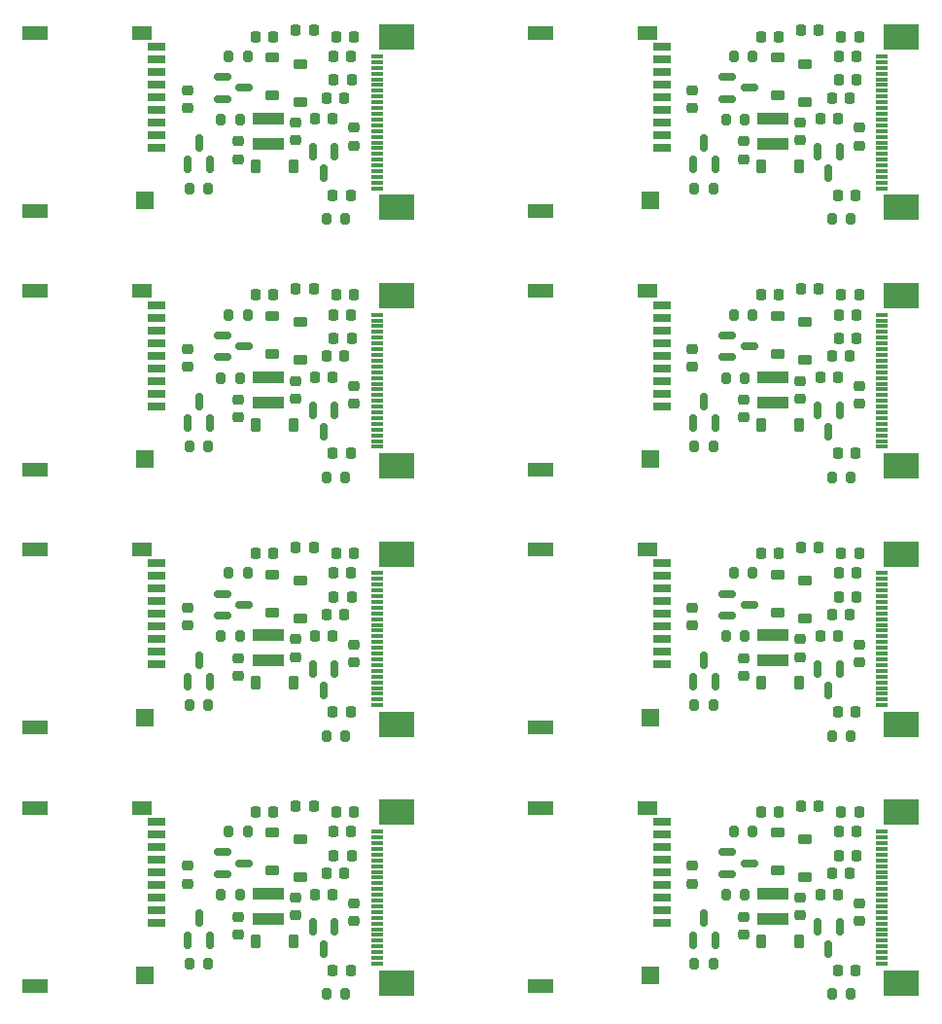
<source format=gbr>
%TF.GenerationSoftware,KiCad,Pcbnew,8.0.0*%
%TF.CreationDate,2024-05-28T16:04:12+09:00*%
%TF.ProjectId,Panel,50616e65-6c2e-46b6-9963-61645f706362,rev?*%
%TF.SameCoordinates,Original*%
%TF.FileFunction,Paste,Top*%
%TF.FilePolarity,Positive*%
%FSLAX46Y46*%
G04 Gerber Fmt 4.6, Leading zero omitted, Abs format (unit mm)*
G04 Created by KiCad (PCBNEW 8.0.0) date 2024-05-28 16:04:12*
%MOMM*%
%LPD*%
G01*
G04 APERTURE LIST*
G04 Aperture macros list*
%AMRoundRect*
0 Rectangle with rounded corners*
0 $1 Rounding radius*
0 $2 $3 $4 $5 $6 $7 $8 $9 X,Y pos of 4 corners*
0 Add a 4 corners polygon primitive as box body*
4,1,4,$2,$3,$4,$5,$6,$7,$8,$9,$2,$3,0*
0 Add four circle primitives for the rounded corners*
1,1,$1+$1,$2,$3*
1,1,$1+$1,$4,$5*
1,1,$1+$1,$6,$7*
1,1,$1+$1,$8,$9*
0 Add four rect primitives between the rounded corners*
20,1,$1+$1,$2,$3,$4,$5,0*
20,1,$1+$1,$4,$5,$6,$7,0*
20,1,$1+$1,$6,$7,$8,$9,0*
20,1,$1+$1,$8,$9,$2,$3,0*%
G04 Aperture macros list end*
%ADD10RoundRect,0.225000X-0.375000X0.225000X-0.375000X-0.225000X0.375000X-0.225000X0.375000X0.225000X0*%
%ADD11RoundRect,0.225000X-0.225000X-0.250000X0.225000X-0.250000X0.225000X0.250000X-0.225000X0.250000X0*%
%ADD12R,1.600000X0.700000*%
%ADD13R,1.800000X1.200000*%
%ADD14R,2.200000X1.200000*%
%ADD15R,1.500000X1.600000*%
%ADD16RoundRect,0.200000X0.200000X0.275000X-0.200000X0.275000X-0.200000X-0.275000X0.200000X-0.275000X0*%
%ADD17RoundRect,0.225000X0.250000X-0.225000X0.250000X0.225000X-0.250000X0.225000X-0.250000X-0.225000X0*%
%ADD18RoundRect,0.150000X-0.150000X0.587500X-0.150000X-0.587500X0.150000X-0.587500X0.150000X0.587500X0*%
%ADD19RoundRect,0.225000X0.225000X0.375000X-0.225000X0.375000X-0.225000X-0.375000X0.225000X-0.375000X0*%
%ADD20RoundRect,0.225000X-0.250000X0.225000X-0.250000X-0.225000X0.250000X-0.225000X0.250000X0.225000X0*%
%ADD21RoundRect,0.150000X0.150000X-0.587500X0.150000X0.587500X-0.150000X0.587500X-0.150000X-0.587500X0*%
%ADD22R,2.700000X1.000000*%
%ADD23RoundRect,0.200000X-0.200000X-0.275000X0.200000X-0.275000X0.200000X0.275000X-0.200000X0.275000X0*%
%ADD24R,1.100000X0.300000*%
%ADD25R,3.100000X2.300000*%
%ADD26RoundRect,0.225000X0.225000X0.250000X-0.225000X0.250000X-0.225000X-0.250000X0.225000X-0.250000X0*%
%ADD27RoundRect,0.150000X-0.587500X-0.150000X0.587500X-0.150000X0.587500X0.150000X-0.587500X0.150000X0*%
G04 APERTURE END LIST*
D10*
%TO.C,D2*%
X134087670Y-70154695D03*
X134087670Y-73454695D03*
%TD*%
D11*
%TO.C,C4*%
X133725000Y-67250000D03*
X135275000Y-67250000D03*
%TD*%
D12*
%TO.C,J3*%
X165600000Y-99950000D03*
X165600000Y-98850000D03*
X165600000Y-97750000D03*
X165600000Y-96650000D03*
X165600000Y-95550000D03*
X165600000Y-94450000D03*
X165600000Y-93350000D03*
X165600000Y-92250000D03*
D13*
X164300000Y-89950000D03*
D14*
X155000000Y-89950000D03*
D12*
X165600000Y-91150000D03*
D15*
X164550000Y-104550000D03*
D14*
X155000000Y-105450000D03*
%TD*%
D16*
%TO.C,R7*%
X170075000Y-58500000D03*
X168425000Y-58500000D03*
%TD*%
D17*
%TO.C,C15*%
X124250000Y-51525000D03*
X124250000Y-49975000D03*
%TD*%
D18*
%TO.C,Q3*%
X137069832Y-55321634D03*
X135169832Y-55321634D03*
X136119832Y-57196634D03*
%TD*%
D11*
%TO.C,C11*%
X136933764Y-104085530D03*
X138483764Y-104085530D03*
%TD*%
D17*
%TO.C,C16*%
X138750000Y-99775000D03*
X138750000Y-98225000D03*
%TD*%
D11*
%TO.C,C11*%
X180933764Y-36585530D03*
X182483764Y-36585530D03*
%TD*%
%TO.C,C9*%
X180389234Y-73110744D03*
X181939234Y-73110744D03*
%TD*%
D17*
%TO.C,C16*%
X138750000Y-54775000D03*
X138750000Y-53225000D03*
%TD*%
D12*
%TO.C,J3*%
X121600000Y-77450000D03*
X121600000Y-76350000D03*
X121600000Y-75250000D03*
X121600000Y-74150000D03*
X121600000Y-73050000D03*
X121600000Y-71950000D03*
X121600000Y-70850000D03*
X121600000Y-69750000D03*
D13*
X120300000Y-67450000D03*
D14*
X111000000Y-67450000D03*
D12*
X121600000Y-68650000D03*
D15*
X120550000Y-82050000D03*
D14*
X111000000Y-82950000D03*
%TD*%
D19*
%TO.C,D1*%
X133540086Y-56553780D03*
X130240086Y-56553780D03*
%TD*%
D11*
%TO.C,C4*%
X133725000Y-44750000D03*
X135275000Y-44750000D03*
%TD*%
%TO.C,C7*%
X136975000Y-24500000D03*
X138525000Y-24500000D03*
%TD*%
D20*
%TO.C,C1*%
X172682865Y-99408032D03*
X172682865Y-100958032D03*
%TD*%
D11*
%TO.C,C7*%
X136975000Y-69500000D03*
X138525000Y-69500000D03*
%TD*%
%TO.C,C10*%
X181224999Y-90289777D03*
X182774999Y-90289777D03*
%TD*%
D21*
%TO.C,Q4*%
X124323000Y-78937500D03*
X126223000Y-78937500D03*
X125273000Y-77062500D03*
%TD*%
D17*
%TO.C,C16*%
X182750000Y-32275000D03*
X182750000Y-30725000D03*
%TD*%
D22*
%TO.C,L1*%
X131285350Y-54619676D03*
X131285350Y-52419676D03*
%TD*%
D23*
%TO.C,R1*%
X127862500Y-92000000D03*
X129512500Y-92000000D03*
%TD*%
D22*
%TO.C,L1*%
X131285350Y-77119676D03*
X131285350Y-74919676D03*
%TD*%
D19*
%TO.C,D1*%
X177540086Y-101553780D03*
X174240086Y-101553780D03*
%TD*%
D24*
%TO.C,J2*%
X184767000Y-103500000D03*
X184767000Y-103000000D03*
X184767000Y-102500000D03*
X184767000Y-102000000D03*
X184767000Y-101500000D03*
X184767000Y-101000000D03*
X184767000Y-100500000D03*
X184767000Y-100000000D03*
X184767000Y-99500000D03*
X184767000Y-99000000D03*
X184767000Y-98500000D03*
X184767000Y-98000000D03*
X184767000Y-97500000D03*
X184767000Y-97000000D03*
X184767000Y-96500000D03*
X184767000Y-96000000D03*
X184767000Y-95500000D03*
X184767000Y-95000000D03*
X184767000Y-94500000D03*
X184767000Y-94000000D03*
X184767000Y-93500000D03*
X184767000Y-93000000D03*
X184767000Y-92500000D03*
X184767000Y-92000000D03*
D25*
X186467000Y-105170000D03*
X186467000Y-90330000D03*
%TD*%
D11*
%TO.C,C8*%
X135364645Y-74966744D03*
X136914645Y-74966744D03*
%TD*%
D24*
%TO.C,J2*%
X184767000Y-36000000D03*
X184767000Y-35500000D03*
X184767000Y-35000000D03*
X184767000Y-34500000D03*
X184767000Y-34000000D03*
X184767000Y-33500000D03*
X184767000Y-33000000D03*
X184767000Y-32500000D03*
X184767000Y-32000000D03*
X184767000Y-31500000D03*
X184767000Y-31000000D03*
X184767000Y-30500000D03*
X184767000Y-30000000D03*
X184767000Y-29500000D03*
X184767000Y-29000000D03*
X184767000Y-28500000D03*
X184767000Y-28000000D03*
X184767000Y-27500000D03*
X184767000Y-27000000D03*
X184767000Y-26500000D03*
X184767000Y-26000000D03*
X184767000Y-25500000D03*
X184767000Y-25000000D03*
X184767000Y-24500000D03*
D25*
X186467000Y-37670000D03*
X186467000Y-22830000D03*
%TD*%
D23*
%TO.C,R1*%
X127862500Y-69500000D03*
X129512500Y-69500000D03*
%TD*%
D20*
%TO.C,C1*%
X172682865Y-31908032D03*
X172682865Y-33458032D03*
%TD*%
D11*
%TO.C,C11*%
X180933764Y-59085530D03*
X182483764Y-59085530D03*
%TD*%
D16*
%TO.C,R4*%
X128837500Y-30000000D03*
X127187500Y-30000000D03*
%TD*%
%TO.C,R4*%
X128837500Y-75000000D03*
X127187500Y-75000000D03*
%TD*%
D23*
%TO.C,R1*%
X127862500Y-47000000D03*
X129512500Y-47000000D03*
%TD*%
D10*
%TO.C,D3*%
X175687500Y-24600000D03*
X175687500Y-27900000D03*
%TD*%
D18*
%TO.C,Q3*%
X137069832Y-100321634D03*
X135169832Y-100321634D03*
X136119832Y-102196634D03*
%TD*%
D24*
%TO.C,J2*%
X184767000Y-81000000D03*
X184767000Y-80500000D03*
X184767000Y-80000000D03*
X184767000Y-79500000D03*
X184767000Y-79000000D03*
X184767000Y-78500000D03*
X184767000Y-78000000D03*
X184767000Y-77500000D03*
X184767000Y-77000000D03*
X184767000Y-76500000D03*
X184767000Y-76000000D03*
X184767000Y-75500000D03*
X184767000Y-75000000D03*
X184767000Y-74500000D03*
X184767000Y-74000000D03*
X184767000Y-73500000D03*
X184767000Y-73000000D03*
X184767000Y-72500000D03*
X184767000Y-72000000D03*
X184767000Y-71500000D03*
X184767000Y-71000000D03*
X184767000Y-70500000D03*
X184767000Y-70000000D03*
X184767000Y-69500000D03*
D25*
X186467000Y-82670000D03*
X186467000Y-67830000D03*
%TD*%
D17*
%TO.C,C16*%
X182750000Y-54775000D03*
X182750000Y-53225000D03*
%TD*%
D11*
%TO.C,C7*%
X180975000Y-24500000D03*
X182525000Y-24500000D03*
%TD*%
D23*
%TO.C,R1*%
X171862500Y-24500000D03*
X173512500Y-24500000D03*
%TD*%
D11*
%TO.C,C10*%
X181224999Y-22789777D03*
X182774999Y-22789777D03*
%TD*%
%TO.C,C10*%
X137224999Y-45289777D03*
X138774999Y-45289777D03*
%TD*%
D19*
%TO.C,D1*%
X177540086Y-34053780D03*
X174240086Y-34053780D03*
%TD*%
D11*
%TO.C,C6*%
X137028724Y-71574577D03*
X138578724Y-71574577D03*
%TD*%
D16*
%TO.C,R3*%
X138036000Y-61151000D03*
X136386000Y-61151000D03*
%TD*%
D20*
%TO.C,C1*%
X128682865Y-99408032D03*
X128682865Y-100958032D03*
%TD*%
D11*
%TO.C,C4*%
X177725000Y-89750000D03*
X179275000Y-89750000D03*
%TD*%
%TO.C,C6*%
X181028724Y-94074577D03*
X182578724Y-94074577D03*
%TD*%
%TO.C,C9*%
X136389234Y-73110744D03*
X137939234Y-73110744D03*
%TD*%
D10*
%TO.C,D2*%
X134087670Y-92654695D03*
X134087670Y-95954695D03*
%TD*%
%TO.C,D3*%
X131687500Y-24600000D03*
X131687500Y-27900000D03*
%TD*%
D12*
%TO.C,J3*%
X165600000Y-54950000D03*
X165600000Y-53850000D03*
X165600000Y-52750000D03*
X165600000Y-51650000D03*
X165600000Y-50550000D03*
X165600000Y-49450000D03*
X165600000Y-48350000D03*
X165600000Y-47250000D03*
D13*
X164300000Y-44950000D03*
D14*
X155000000Y-44950000D03*
D12*
X165600000Y-46150000D03*
D15*
X164550000Y-59550000D03*
D14*
X155000000Y-60450000D03*
%TD*%
D16*
%TO.C,R3*%
X182036000Y-106151000D03*
X180386000Y-106151000D03*
%TD*%
%TO.C,R4*%
X172837500Y-52500000D03*
X171187500Y-52500000D03*
%TD*%
%TO.C,R7*%
X126075000Y-36000000D03*
X124425000Y-36000000D03*
%TD*%
D26*
%TO.C,C3*%
X131763000Y-67776000D03*
X130213000Y-67776000D03*
%TD*%
D16*
%TO.C,R4*%
X172837500Y-75000000D03*
X171187500Y-75000000D03*
%TD*%
D26*
%TO.C,C3*%
X175763000Y-90276000D03*
X174213000Y-90276000D03*
%TD*%
D22*
%TO.C,L1*%
X175285350Y-99619676D03*
X175285350Y-97419676D03*
%TD*%
D24*
%TO.C,J2*%
X140767000Y-81000000D03*
X140767000Y-80500000D03*
X140767000Y-80000000D03*
X140767000Y-79500000D03*
X140767000Y-79000000D03*
X140767000Y-78500000D03*
X140767000Y-78000000D03*
X140767000Y-77500000D03*
X140767000Y-77000000D03*
X140767000Y-76500000D03*
X140767000Y-76000000D03*
X140767000Y-75500000D03*
X140767000Y-75000000D03*
X140767000Y-74500000D03*
X140767000Y-74000000D03*
X140767000Y-73500000D03*
X140767000Y-73000000D03*
X140767000Y-72500000D03*
X140767000Y-72000000D03*
X140767000Y-71500000D03*
X140767000Y-71000000D03*
X140767000Y-70500000D03*
X140767000Y-70000000D03*
X140767000Y-69500000D03*
D25*
X142467000Y-82670000D03*
X142467000Y-67830000D03*
%TD*%
D16*
%TO.C,R4*%
X128837500Y-97500000D03*
X127187500Y-97500000D03*
%TD*%
D20*
%TO.C,C1*%
X172682865Y-76908032D03*
X172682865Y-78458032D03*
%TD*%
D21*
%TO.C,Q4*%
X124323000Y-101437500D03*
X126223000Y-101437500D03*
X125273000Y-99562500D03*
%TD*%
D17*
%TO.C,C2*%
X133668000Y-54295382D03*
X133668000Y-52745382D03*
%TD*%
D11*
%TO.C,C8*%
X135364645Y-52466744D03*
X136914645Y-52466744D03*
%TD*%
%TO.C,C7*%
X180975000Y-69500000D03*
X182525000Y-69500000D03*
%TD*%
D19*
%TO.C,D1*%
X133540086Y-101553780D03*
X130240086Y-101553780D03*
%TD*%
D20*
%TO.C,C1*%
X172682865Y-54408032D03*
X172682865Y-55958032D03*
%TD*%
D23*
%TO.C,R1*%
X127862500Y-24500000D03*
X129512500Y-24500000D03*
%TD*%
D17*
%TO.C,C2*%
X177668000Y-31795382D03*
X177668000Y-30245382D03*
%TD*%
D16*
%TO.C,R3*%
X182036000Y-38651000D03*
X180386000Y-38651000D03*
%TD*%
D17*
%TO.C,C2*%
X177668000Y-99295382D03*
X177668000Y-97745382D03*
%TD*%
D11*
%TO.C,C10*%
X137224999Y-90289777D03*
X138774999Y-90289777D03*
%TD*%
%TO.C,C9*%
X136389234Y-50610744D03*
X137939234Y-50610744D03*
%TD*%
D10*
%TO.C,D2*%
X178087670Y-70154695D03*
X178087670Y-73454695D03*
%TD*%
D11*
%TO.C,C4*%
X133725000Y-89750000D03*
X135275000Y-89750000D03*
%TD*%
%TO.C,C8*%
X179364645Y-52466744D03*
X180914645Y-52466744D03*
%TD*%
%TO.C,C10*%
X181224999Y-45289777D03*
X182774999Y-45289777D03*
%TD*%
D27*
%TO.C,Q1*%
X171312500Y-48800000D03*
X171312500Y-50700000D03*
X173187500Y-49750000D03*
%TD*%
D17*
%TO.C,C15*%
X168250000Y-96525000D03*
X168250000Y-94975000D03*
%TD*%
%TO.C,C16*%
X182750000Y-77275000D03*
X182750000Y-75725000D03*
%TD*%
D11*
%TO.C,C9*%
X180389234Y-95610744D03*
X181939234Y-95610744D03*
%TD*%
D12*
%TO.C,J3*%
X121600000Y-54950000D03*
X121600000Y-53850000D03*
X121600000Y-52750000D03*
X121600000Y-51650000D03*
X121600000Y-50550000D03*
X121600000Y-49450000D03*
X121600000Y-48350000D03*
X121600000Y-47250000D03*
D13*
X120300000Y-44950000D03*
D14*
X111000000Y-44950000D03*
D12*
X121600000Y-46150000D03*
D15*
X120550000Y-59550000D03*
D14*
X111000000Y-60450000D03*
%TD*%
D16*
%TO.C,R3*%
X182036000Y-61151000D03*
X180386000Y-61151000D03*
%TD*%
D11*
%TO.C,C4*%
X177725000Y-67250000D03*
X179275000Y-67250000D03*
%TD*%
%TO.C,C4*%
X177725000Y-44750000D03*
X179275000Y-44750000D03*
%TD*%
D22*
%TO.C,L1*%
X175285350Y-54619676D03*
X175285350Y-52419676D03*
%TD*%
D16*
%TO.C,R3*%
X182036000Y-83651000D03*
X180386000Y-83651000D03*
%TD*%
D11*
%TO.C,C7*%
X136975000Y-47000000D03*
X138525000Y-47000000D03*
%TD*%
%TO.C,C6*%
X137028724Y-26574577D03*
X138578724Y-26574577D03*
%TD*%
D17*
%TO.C,C16*%
X182750000Y-99775000D03*
X182750000Y-98225000D03*
%TD*%
D24*
%TO.C,J2*%
X184767000Y-58500000D03*
X184767000Y-58000000D03*
X184767000Y-57500000D03*
X184767000Y-57000000D03*
X184767000Y-56500000D03*
X184767000Y-56000000D03*
X184767000Y-55500000D03*
X184767000Y-55000000D03*
X184767000Y-54500000D03*
X184767000Y-54000000D03*
X184767000Y-53500000D03*
X184767000Y-53000000D03*
X184767000Y-52500000D03*
X184767000Y-52000000D03*
X184767000Y-51500000D03*
X184767000Y-51000000D03*
X184767000Y-50500000D03*
X184767000Y-50000000D03*
X184767000Y-49500000D03*
X184767000Y-49000000D03*
X184767000Y-48500000D03*
X184767000Y-48000000D03*
X184767000Y-47500000D03*
X184767000Y-47000000D03*
D25*
X186467000Y-60170000D03*
X186467000Y-45330000D03*
%TD*%
D22*
%TO.C,L1*%
X175285350Y-32119676D03*
X175285350Y-29919676D03*
%TD*%
D11*
%TO.C,C11*%
X136933764Y-59085530D03*
X138483764Y-59085530D03*
%TD*%
D19*
%TO.C,D1*%
X133540086Y-79053780D03*
X130240086Y-79053780D03*
%TD*%
D11*
%TO.C,C8*%
X135364645Y-29966744D03*
X136914645Y-29966744D03*
%TD*%
%TO.C,C9*%
X180389234Y-28110744D03*
X181939234Y-28110744D03*
%TD*%
D23*
%TO.C,R1*%
X171862500Y-47000000D03*
X173512500Y-47000000D03*
%TD*%
D10*
%TO.C,D3*%
X131687500Y-47100000D03*
X131687500Y-50400000D03*
%TD*%
D11*
%TO.C,C11*%
X136933764Y-36585530D03*
X138483764Y-36585530D03*
%TD*%
D18*
%TO.C,Q3*%
X137069832Y-77821634D03*
X135169832Y-77821634D03*
X136119832Y-79696634D03*
%TD*%
D24*
%TO.C,J2*%
X140767000Y-36000000D03*
X140767000Y-35500000D03*
X140767000Y-35000000D03*
X140767000Y-34500000D03*
X140767000Y-34000000D03*
X140767000Y-33500000D03*
X140767000Y-33000000D03*
X140767000Y-32500000D03*
X140767000Y-32000000D03*
X140767000Y-31500000D03*
X140767000Y-31000000D03*
X140767000Y-30500000D03*
X140767000Y-30000000D03*
X140767000Y-29500000D03*
X140767000Y-29000000D03*
X140767000Y-28500000D03*
X140767000Y-28000000D03*
X140767000Y-27500000D03*
X140767000Y-27000000D03*
X140767000Y-26500000D03*
X140767000Y-26000000D03*
X140767000Y-25500000D03*
X140767000Y-25000000D03*
X140767000Y-24500000D03*
D25*
X142467000Y-37670000D03*
X142467000Y-22830000D03*
%TD*%
D16*
%TO.C,R7*%
X126075000Y-103500000D03*
X124425000Y-103500000D03*
%TD*%
D17*
%TO.C,C2*%
X177668000Y-54295382D03*
X177668000Y-52745382D03*
%TD*%
D26*
%TO.C,C3*%
X131763000Y-90276000D03*
X130213000Y-90276000D03*
%TD*%
D17*
%TO.C,C15*%
X124250000Y-74025000D03*
X124250000Y-72475000D03*
%TD*%
D11*
%TO.C,C8*%
X179364645Y-97466744D03*
X180914645Y-97466744D03*
%TD*%
D10*
%TO.C,D2*%
X178087670Y-92654695D03*
X178087670Y-95954695D03*
%TD*%
D11*
%TO.C,C11*%
X180933764Y-81585530D03*
X182483764Y-81585530D03*
%TD*%
D10*
%TO.C,D3*%
X175687500Y-69600000D03*
X175687500Y-72900000D03*
%TD*%
D27*
%TO.C,Q1*%
X127312500Y-71300000D03*
X127312500Y-73200000D03*
X129187500Y-72250000D03*
%TD*%
D17*
%TO.C,C15*%
X124250000Y-96525000D03*
X124250000Y-94975000D03*
%TD*%
D23*
%TO.C,R1*%
X171862500Y-92000000D03*
X173512500Y-92000000D03*
%TD*%
D26*
%TO.C,C3*%
X175763000Y-67776000D03*
X174213000Y-67776000D03*
%TD*%
D27*
%TO.C,Q1*%
X127312500Y-93800000D03*
X127312500Y-95700000D03*
X129187500Y-94750000D03*
%TD*%
D11*
%TO.C,C10*%
X137224999Y-22789777D03*
X138774999Y-22789777D03*
%TD*%
D12*
%TO.C,J3*%
X165600000Y-77450000D03*
X165600000Y-76350000D03*
X165600000Y-75250000D03*
X165600000Y-74150000D03*
X165600000Y-73050000D03*
X165600000Y-71950000D03*
X165600000Y-70850000D03*
X165600000Y-69750000D03*
D13*
X164300000Y-67450000D03*
D14*
X155000000Y-67450000D03*
D12*
X165600000Y-68650000D03*
D15*
X164550000Y-82050000D03*
D14*
X155000000Y-82950000D03*
%TD*%
D11*
%TO.C,C9*%
X136389234Y-95610744D03*
X137939234Y-95610744D03*
%TD*%
D17*
%TO.C,C2*%
X133668000Y-76795382D03*
X133668000Y-75245382D03*
%TD*%
D18*
%TO.C,Q3*%
X181069832Y-77821634D03*
X179169832Y-77821634D03*
X180119832Y-79696634D03*
%TD*%
D26*
%TO.C,C3*%
X175763000Y-22776000D03*
X174213000Y-22776000D03*
%TD*%
D16*
%TO.C,R7*%
X126075000Y-58500000D03*
X124425000Y-58500000D03*
%TD*%
D21*
%TO.C,Q4*%
X168323000Y-56437500D03*
X170223000Y-56437500D03*
X169273000Y-54562500D03*
%TD*%
D27*
%TO.C,Q1*%
X171312500Y-93800000D03*
X171312500Y-95700000D03*
X173187500Y-94750000D03*
%TD*%
D11*
%TO.C,C6*%
X181028724Y-26574577D03*
X182578724Y-26574577D03*
%TD*%
D12*
%TO.C,J3*%
X121600000Y-32450000D03*
X121600000Y-31350000D03*
X121600000Y-30250000D03*
X121600000Y-29150000D03*
X121600000Y-28050000D03*
X121600000Y-26950000D03*
X121600000Y-25850000D03*
X121600000Y-24750000D03*
D13*
X120300000Y-22450000D03*
D14*
X111000000Y-22450000D03*
D12*
X121600000Y-23650000D03*
D15*
X120550000Y-37050000D03*
D14*
X111000000Y-37950000D03*
%TD*%
D16*
%TO.C,R4*%
X128837500Y-52500000D03*
X127187500Y-52500000D03*
%TD*%
D21*
%TO.C,Q4*%
X168323000Y-101437500D03*
X170223000Y-101437500D03*
X169273000Y-99562500D03*
%TD*%
D10*
%TO.C,D3*%
X175687500Y-47100000D03*
X175687500Y-50400000D03*
%TD*%
D27*
%TO.C,Q1*%
X127312500Y-48800000D03*
X127312500Y-50700000D03*
X129187500Y-49750000D03*
%TD*%
D11*
%TO.C,C10*%
X181224999Y-67789777D03*
X182774999Y-67789777D03*
%TD*%
D18*
%TO.C,Q3*%
X181069832Y-55321634D03*
X179169832Y-55321634D03*
X180119832Y-57196634D03*
%TD*%
D20*
%TO.C,C1*%
X128682865Y-54408032D03*
X128682865Y-55958032D03*
%TD*%
D17*
%TO.C,C15*%
X168250000Y-29025000D03*
X168250000Y-27475000D03*
%TD*%
D20*
%TO.C,C1*%
X128682865Y-31908032D03*
X128682865Y-33458032D03*
%TD*%
D18*
%TO.C,Q3*%
X137069832Y-32821634D03*
X135169832Y-32821634D03*
X136119832Y-34696634D03*
%TD*%
D11*
%TO.C,C6*%
X181028724Y-49074577D03*
X182578724Y-49074577D03*
%TD*%
D10*
%TO.C,D3*%
X175687500Y-92100000D03*
X175687500Y-95400000D03*
%TD*%
D22*
%TO.C,L1*%
X131285350Y-32119676D03*
X131285350Y-29919676D03*
%TD*%
D26*
%TO.C,C3*%
X131763000Y-45276000D03*
X130213000Y-45276000D03*
%TD*%
D21*
%TO.C,Q4*%
X124323000Y-56437500D03*
X126223000Y-56437500D03*
X125273000Y-54562500D03*
%TD*%
D11*
%TO.C,C4*%
X133725000Y-22250000D03*
X135275000Y-22250000D03*
%TD*%
D16*
%TO.C,R4*%
X172837500Y-97500000D03*
X171187500Y-97500000D03*
%TD*%
%TO.C,R7*%
X170075000Y-36000000D03*
X168425000Y-36000000D03*
%TD*%
D21*
%TO.C,Q4*%
X168323000Y-33937500D03*
X170223000Y-33937500D03*
X169273000Y-32062500D03*
%TD*%
D26*
%TO.C,C3*%
X175763000Y-45276000D03*
X174213000Y-45276000D03*
%TD*%
D16*
%TO.C,R7*%
X126075000Y-81000000D03*
X124425000Y-81000000D03*
%TD*%
D17*
%TO.C,C15*%
X168250000Y-51525000D03*
X168250000Y-49975000D03*
%TD*%
D11*
%TO.C,C9*%
X136389234Y-28110744D03*
X137939234Y-28110744D03*
%TD*%
D26*
%TO.C,C3*%
X131763000Y-22776000D03*
X130213000Y-22776000D03*
%TD*%
D11*
%TO.C,C6*%
X181028724Y-71574577D03*
X182578724Y-71574577D03*
%TD*%
D12*
%TO.C,J3*%
X165600000Y-32450000D03*
X165600000Y-31350000D03*
X165600000Y-30250000D03*
X165600000Y-29150000D03*
X165600000Y-28050000D03*
X165600000Y-26950000D03*
X165600000Y-25850000D03*
X165600000Y-24750000D03*
D13*
X164300000Y-22450000D03*
D14*
X155000000Y-22450000D03*
D12*
X165600000Y-23650000D03*
D15*
X164550000Y-37050000D03*
D14*
X155000000Y-37950000D03*
%TD*%
D17*
%TO.C,C15*%
X168250000Y-74025000D03*
X168250000Y-72475000D03*
%TD*%
D11*
%TO.C,C8*%
X135364645Y-97466744D03*
X136914645Y-97466744D03*
%TD*%
D22*
%TO.C,L1*%
X175285350Y-77119676D03*
X175285350Y-74919676D03*
%TD*%
D21*
%TO.C,Q4*%
X124323000Y-33937500D03*
X126223000Y-33937500D03*
X125273000Y-32062500D03*
%TD*%
D11*
%TO.C,C7*%
X180975000Y-92000000D03*
X182525000Y-92000000D03*
%TD*%
D17*
%TO.C,C16*%
X138750000Y-77275000D03*
X138750000Y-75725000D03*
%TD*%
D12*
%TO.C,J3*%
X121600000Y-99950000D03*
X121600000Y-98850000D03*
X121600000Y-97750000D03*
X121600000Y-96650000D03*
X121600000Y-95550000D03*
X121600000Y-94450000D03*
X121600000Y-93350000D03*
X121600000Y-92250000D03*
D13*
X120300000Y-89950000D03*
D14*
X111000000Y-89950000D03*
D12*
X121600000Y-91150000D03*
D15*
X120550000Y-104550000D03*
D14*
X111000000Y-105450000D03*
%TD*%
D20*
%TO.C,C1*%
X128682865Y-76908032D03*
X128682865Y-78458032D03*
%TD*%
D17*
%TO.C,C15*%
X124250000Y-29025000D03*
X124250000Y-27475000D03*
%TD*%
D22*
%TO.C,L1*%
X131285350Y-99619676D03*
X131285350Y-97419676D03*
%TD*%
D16*
%TO.C,R4*%
X172837500Y-30000000D03*
X171187500Y-30000000D03*
%TD*%
D11*
%TO.C,C11*%
X136933764Y-81585530D03*
X138483764Y-81585530D03*
%TD*%
D10*
%TO.C,D2*%
X134087670Y-25154695D03*
X134087670Y-28454695D03*
%TD*%
D18*
%TO.C,Q3*%
X181069832Y-100321634D03*
X179169832Y-100321634D03*
X180119832Y-102196634D03*
%TD*%
D10*
%TO.C,D2*%
X178087670Y-47654695D03*
X178087670Y-50954695D03*
%TD*%
D24*
%TO.C,J2*%
X140767000Y-103500000D03*
X140767000Y-103000000D03*
X140767000Y-102500000D03*
X140767000Y-102000000D03*
X140767000Y-101500000D03*
X140767000Y-101000000D03*
X140767000Y-100500000D03*
X140767000Y-100000000D03*
X140767000Y-99500000D03*
X140767000Y-99000000D03*
X140767000Y-98500000D03*
X140767000Y-98000000D03*
X140767000Y-97500000D03*
X140767000Y-97000000D03*
X140767000Y-96500000D03*
X140767000Y-96000000D03*
X140767000Y-95500000D03*
X140767000Y-95000000D03*
X140767000Y-94500000D03*
X140767000Y-94000000D03*
X140767000Y-93500000D03*
X140767000Y-93000000D03*
X140767000Y-92500000D03*
X140767000Y-92000000D03*
D25*
X142467000Y-105170000D03*
X142467000Y-90330000D03*
%TD*%
D11*
%TO.C,C9*%
X180389234Y-50610744D03*
X181939234Y-50610744D03*
%TD*%
D17*
%TO.C,C2*%
X177668000Y-76795382D03*
X177668000Y-75245382D03*
%TD*%
D11*
%TO.C,C7*%
X136975000Y-92000000D03*
X138525000Y-92000000D03*
%TD*%
D16*
%TO.C,R3*%
X138036000Y-38651000D03*
X136386000Y-38651000D03*
%TD*%
D11*
%TO.C,C8*%
X179364645Y-74966744D03*
X180914645Y-74966744D03*
%TD*%
D16*
%TO.C,R7*%
X170075000Y-81000000D03*
X168425000Y-81000000D03*
%TD*%
D11*
%TO.C,C11*%
X180933764Y-104085530D03*
X182483764Y-104085530D03*
%TD*%
%TO.C,C7*%
X180975000Y-47000000D03*
X182525000Y-47000000D03*
%TD*%
D27*
%TO.C,Q1*%
X127312500Y-26300000D03*
X127312500Y-28200000D03*
X129187500Y-27250000D03*
%TD*%
D16*
%TO.C,R7*%
X170075000Y-103500000D03*
X168425000Y-103500000D03*
%TD*%
D10*
%TO.C,D2*%
X178087670Y-25154695D03*
X178087670Y-28454695D03*
%TD*%
D11*
%TO.C,C10*%
X137224999Y-67789777D03*
X138774999Y-67789777D03*
%TD*%
%TO.C,C6*%
X137028724Y-49074577D03*
X138578724Y-49074577D03*
%TD*%
D10*
%TO.C,D3*%
X131687500Y-92100000D03*
X131687500Y-95400000D03*
%TD*%
D27*
%TO.C,Q1*%
X171312500Y-71300000D03*
X171312500Y-73200000D03*
X173187500Y-72250000D03*
%TD*%
D11*
%TO.C,C8*%
X179364645Y-29966744D03*
X180914645Y-29966744D03*
%TD*%
D19*
%TO.C,D1*%
X177540086Y-79053780D03*
X174240086Y-79053780D03*
%TD*%
%TO.C,D1*%
X177540086Y-56553780D03*
X174240086Y-56553780D03*
%TD*%
D10*
%TO.C,D2*%
X134087670Y-47654695D03*
X134087670Y-50954695D03*
%TD*%
D27*
%TO.C,Q1*%
X171312500Y-26300000D03*
X171312500Y-28200000D03*
X173187500Y-27250000D03*
%TD*%
D11*
%TO.C,C6*%
X137028724Y-94074577D03*
X138578724Y-94074577D03*
%TD*%
D17*
%TO.C,C2*%
X133668000Y-99295382D03*
X133668000Y-97745382D03*
%TD*%
D16*
%TO.C,R3*%
X138036000Y-106151000D03*
X136386000Y-106151000D03*
%TD*%
D21*
%TO.C,Q4*%
X168323000Y-78937500D03*
X170223000Y-78937500D03*
X169273000Y-77062500D03*
%TD*%
D18*
%TO.C,Q3*%
X181069832Y-32821634D03*
X179169832Y-32821634D03*
X180119832Y-34696634D03*
%TD*%
D24*
%TO.C,J2*%
X140767000Y-58500000D03*
X140767000Y-58000000D03*
X140767000Y-57500000D03*
X140767000Y-57000000D03*
X140767000Y-56500000D03*
X140767000Y-56000000D03*
X140767000Y-55500000D03*
X140767000Y-55000000D03*
X140767000Y-54500000D03*
X140767000Y-54000000D03*
X140767000Y-53500000D03*
X140767000Y-53000000D03*
X140767000Y-52500000D03*
X140767000Y-52000000D03*
X140767000Y-51500000D03*
X140767000Y-51000000D03*
X140767000Y-50500000D03*
X140767000Y-50000000D03*
X140767000Y-49500000D03*
X140767000Y-49000000D03*
X140767000Y-48500000D03*
X140767000Y-48000000D03*
X140767000Y-47500000D03*
X140767000Y-47000000D03*
D25*
X142467000Y-60170000D03*
X142467000Y-45330000D03*
%TD*%
D17*
%TO.C,C2*%
X133668000Y-31795382D03*
X133668000Y-30245382D03*
%TD*%
D16*
%TO.C,R3*%
X138036000Y-83651000D03*
X136386000Y-83651000D03*
%TD*%
D23*
%TO.C,R1*%
X171862500Y-69500000D03*
X173512500Y-69500000D03*
%TD*%
D10*
%TO.C,D3*%
X131687500Y-69600000D03*
X131687500Y-72900000D03*
%TD*%
D11*
%TO.C,C4*%
X177725000Y-22250000D03*
X179275000Y-22250000D03*
%TD*%
D19*
%TO.C,D1*%
X133540086Y-34053780D03*
X130240086Y-34053780D03*
%TD*%
D17*
%TO.C,C16*%
X138750000Y-32275000D03*
X138750000Y-30725000D03*
%TD*%
M02*

</source>
